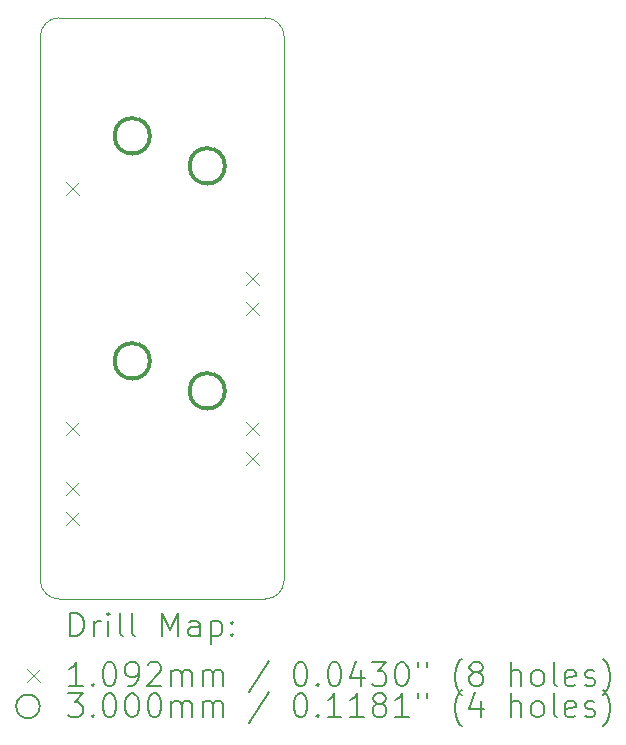
<source format=gbr>
%TF.GenerationSoftware,KiCad,Pcbnew,(6.0.7-1)-1*%
%TF.CreationDate,2022-12-25T16:23:55+07:00*%
%TF.ProjectId,pcb,7063622e-6b69-4636-9164-5f7063625858,rev?*%
%TF.SameCoordinates,Original*%
%TF.FileFunction,Drillmap*%
%TF.FilePolarity,Positive*%
%FSLAX45Y45*%
G04 Gerber Fmt 4.5, Leading zero omitted, Abs format (unit mm)*
G04 Created by KiCad (PCBNEW (6.0.7-1)-1) date 2022-12-25 16:23:55*
%MOMM*%
%LPD*%
G01*
G04 APERTURE LIST*
%ADD10C,0.100000*%
%ADD11C,0.200000*%
%ADD12C,0.109220*%
%ADD13C,0.300000*%
G04 APERTURE END LIST*
D10*
X13922375Y-9207500D02*
X13922375Y-4921250D01*
X12017375Y-4603745D02*
G75*
G03*
X11858625Y-4762500I5J-158755D01*
G01*
X13922370Y-4762500D02*
G75*
G03*
X13763625Y-4603750I-158750J0D01*
G01*
X11858625Y-4921250D02*
X11858625Y-9207500D01*
X12017375Y-9525000D02*
X13763625Y-9525000D01*
X11858625Y-4921250D02*
X11858625Y-4762500D01*
X13922375Y-9207500D02*
X13922375Y-9366250D01*
X13763625Y-4603750D02*
X12017375Y-4603750D01*
X11858630Y-9366250D02*
G75*
G03*
X12017375Y-9525000I158750J0D01*
G01*
X11858625Y-9207500D02*
X11858625Y-9366250D01*
X13922375Y-4921250D02*
X13922375Y-4762500D01*
X13763625Y-9525005D02*
G75*
G03*
X13922375Y-9366250I-5J158755D01*
G01*
D11*
D12*
X12073890Y-5993765D02*
X12183110Y-6102985D01*
X12183110Y-5993765D02*
X12073890Y-6102985D01*
X12073890Y-8025765D02*
X12183110Y-8134985D01*
X12183110Y-8025765D02*
X12073890Y-8134985D01*
X12073890Y-8533765D02*
X12183110Y-8642985D01*
X12183110Y-8533765D02*
X12073890Y-8642985D01*
X12073890Y-8787765D02*
X12183110Y-8896985D01*
X12183110Y-8787765D02*
X12073890Y-8896985D01*
X13597890Y-6755765D02*
X13707110Y-6864985D01*
X13707110Y-6755765D02*
X13597890Y-6864985D01*
X13597890Y-7009765D02*
X13707110Y-7118985D01*
X13707110Y-7009765D02*
X13597890Y-7118985D01*
X13597890Y-8025765D02*
X13707110Y-8134985D01*
X13707110Y-8025765D02*
X13597890Y-8134985D01*
X13597890Y-8279765D02*
X13707110Y-8388985D01*
X13707110Y-8279765D02*
X13597890Y-8388985D01*
D13*
X12786500Y-5603875D02*
G75*
G03*
X12786500Y-5603875I-150000J0D01*
G01*
X12786500Y-7508875D02*
G75*
G03*
X12786500Y-7508875I-150000J0D01*
G01*
X13421500Y-5857875D02*
G75*
G03*
X13421500Y-5857875I-150000J0D01*
G01*
X13421500Y-7762875D02*
G75*
G03*
X13421500Y-7762875I-150000J0D01*
G01*
D11*
X12111244Y-9840476D02*
X12111244Y-9640476D01*
X12158863Y-9640476D01*
X12187434Y-9650000D01*
X12206482Y-9669048D01*
X12216006Y-9688095D01*
X12225530Y-9726190D01*
X12225530Y-9754762D01*
X12216006Y-9792857D01*
X12206482Y-9811905D01*
X12187434Y-9830952D01*
X12158863Y-9840476D01*
X12111244Y-9840476D01*
X12311244Y-9840476D02*
X12311244Y-9707143D01*
X12311244Y-9745238D02*
X12320768Y-9726190D01*
X12330292Y-9716667D01*
X12349339Y-9707143D01*
X12368387Y-9707143D01*
X12435053Y-9840476D02*
X12435053Y-9707143D01*
X12435053Y-9640476D02*
X12425530Y-9650000D01*
X12435053Y-9659524D01*
X12444577Y-9650000D01*
X12435053Y-9640476D01*
X12435053Y-9659524D01*
X12558863Y-9840476D02*
X12539815Y-9830952D01*
X12530292Y-9811905D01*
X12530292Y-9640476D01*
X12663625Y-9840476D02*
X12644577Y-9830952D01*
X12635053Y-9811905D01*
X12635053Y-9640476D01*
X12892196Y-9840476D02*
X12892196Y-9640476D01*
X12958863Y-9783333D01*
X13025530Y-9640476D01*
X13025530Y-9840476D01*
X13206482Y-9840476D02*
X13206482Y-9735714D01*
X13196958Y-9716667D01*
X13177911Y-9707143D01*
X13139815Y-9707143D01*
X13120768Y-9716667D01*
X13206482Y-9830952D02*
X13187434Y-9840476D01*
X13139815Y-9840476D01*
X13120768Y-9830952D01*
X13111244Y-9811905D01*
X13111244Y-9792857D01*
X13120768Y-9773810D01*
X13139815Y-9764286D01*
X13187434Y-9764286D01*
X13206482Y-9754762D01*
X13301720Y-9707143D02*
X13301720Y-9907143D01*
X13301720Y-9716667D02*
X13320768Y-9707143D01*
X13358863Y-9707143D01*
X13377911Y-9716667D01*
X13387434Y-9726190D01*
X13396958Y-9745238D01*
X13396958Y-9802381D01*
X13387434Y-9821429D01*
X13377911Y-9830952D01*
X13358863Y-9840476D01*
X13320768Y-9840476D01*
X13301720Y-9830952D01*
X13482673Y-9821429D02*
X13492196Y-9830952D01*
X13482673Y-9840476D01*
X13473149Y-9830952D01*
X13482673Y-9821429D01*
X13482673Y-9840476D01*
X13482673Y-9716667D02*
X13492196Y-9726190D01*
X13482673Y-9735714D01*
X13473149Y-9726190D01*
X13482673Y-9716667D01*
X13482673Y-9735714D01*
D12*
X11744405Y-10115390D02*
X11853625Y-10224610D01*
X11853625Y-10115390D02*
X11744405Y-10224610D01*
D11*
X12216006Y-10260476D02*
X12101720Y-10260476D01*
X12158863Y-10260476D02*
X12158863Y-10060476D01*
X12139815Y-10089048D01*
X12120768Y-10108095D01*
X12101720Y-10117619D01*
X12301720Y-10241429D02*
X12311244Y-10250952D01*
X12301720Y-10260476D01*
X12292196Y-10250952D01*
X12301720Y-10241429D01*
X12301720Y-10260476D01*
X12435053Y-10060476D02*
X12454101Y-10060476D01*
X12473149Y-10070000D01*
X12482673Y-10079524D01*
X12492196Y-10098571D01*
X12501720Y-10136667D01*
X12501720Y-10184286D01*
X12492196Y-10222381D01*
X12482673Y-10241429D01*
X12473149Y-10250952D01*
X12454101Y-10260476D01*
X12435053Y-10260476D01*
X12416006Y-10250952D01*
X12406482Y-10241429D01*
X12396958Y-10222381D01*
X12387434Y-10184286D01*
X12387434Y-10136667D01*
X12396958Y-10098571D01*
X12406482Y-10079524D01*
X12416006Y-10070000D01*
X12435053Y-10060476D01*
X12596958Y-10260476D02*
X12635053Y-10260476D01*
X12654101Y-10250952D01*
X12663625Y-10241429D01*
X12682673Y-10212857D01*
X12692196Y-10174762D01*
X12692196Y-10098571D01*
X12682673Y-10079524D01*
X12673149Y-10070000D01*
X12654101Y-10060476D01*
X12616006Y-10060476D01*
X12596958Y-10070000D01*
X12587434Y-10079524D01*
X12577911Y-10098571D01*
X12577911Y-10146190D01*
X12587434Y-10165238D01*
X12596958Y-10174762D01*
X12616006Y-10184286D01*
X12654101Y-10184286D01*
X12673149Y-10174762D01*
X12682673Y-10165238D01*
X12692196Y-10146190D01*
X12768387Y-10079524D02*
X12777911Y-10070000D01*
X12796958Y-10060476D01*
X12844577Y-10060476D01*
X12863625Y-10070000D01*
X12873149Y-10079524D01*
X12882673Y-10098571D01*
X12882673Y-10117619D01*
X12873149Y-10146190D01*
X12758863Y-10260476D01*
X12882673Y-10260476D01*
X12968387Y-10260476D02*
X12968387Y-10127143D01*
X12968387Y-10146190D02*
X12977911Y-10136667D01*
X12996958Y-10127143D01*
X13025530Y-10127143D01*
X13044577Y-10136667D01*
X13054101Y-10155714D01*
X13054101Y-10260476D01*
X13054101Y-10155714D02*
X13063625Y-10136667D01*
X13082673Y-10127143D01*
X13111244Y-10127143D01*
X13130292Y-10136667D01*
X13139815Y-10155714D01*
X13139815Y-10260476D01*
X13235053Y-10260476D02*
X13235053Y-10127143D01*
X13235053Y-10146190D02*
X13244577Y-10136667D01*
X13263625Y-10127143D01*
X13292196Y-10127143D01*
X13311244Y-10136667D01*
X13320768Y-10155714D01*
X13320768Y-10260476D01*
X13320768Y-10155714D02*
X13330292Y-10136667D01*
X13349339Y-10127143D01*
X13377911Y-10127143D01*
X13396958Y-10136667D01*
X13406482Y-10155714D01*
X13406482Y-10260476D01*
X13796958Y-10050952D02*
X13625530Y-10308095D01*
X14054101Y-10060476D02*
X14073149Y-10060476D01*
X14092196Y-10070000D01*
X14101720Y-10079524D01*
X14111244Y-10098571D01*
X14120768Y-10136667D01*
X14120768Y-10184286D01*
X14111244Y-10222381D01*
X14101720Y-10241429D01*
X14092196Y-10250952D01*
X14073149Y-10260476D01*
X14054101Y-10260476D01*
X14035053Y-10250952D01*
X14025530Y-10241429D01*
X14016006Y-10222381D01*
X14006482Y-10184286D01*
X14006482Y-10136667D01*
X14016006Y-10098571D01*
X14025530Y-10079524D01*
X14035053Y-10070000D01*
X14054101Y-10060476D01*
X14206482Y-10241429D02*
X14216006Y-10250952D01*
X14206482Y-10260476D01*
X14196958Y-10250952D01*
X14206482Y-10241429D01*
X14206482Y-10260476D01*
X14339815Y-10060476D02*
X14358863Y-10060476D01*
X14377911Y-10070000D01*
X14387434Y-10079524D01*
X14396958Y-10098571D01*
X14406482Y-10136667D01*
X14406482Y-10184286D01*
X14396958Y-10222381D01*
X14387434Y-10241429D01*
X14377911Y-10250952D01*
X14358863Y-10260476D01*
X14339815Y-10260476D01*
X14320768Y-10250952D01*
X14311244Y-10241429D01*
X14301720Y-10222381D01*
X14292196Y-10184286D01*
X14292196Y-10136667D01*
X14301720Y-10098571D01*
X14311244Y-10079524D01*
X14320768Y-10070000D01*
X14339815Y-10060476D01*
X14577911Y-10127143D02*
X14577911Y-10260476D01*
X14530292Y-10050952D02*
X14482673Y-10193810D01*
X14606482Y-10193810D01*
X14663625Y-10060476D02*
X14787434Y-10060476D01*
X14720768Y-10136667D01*
X14749339Y-10136667D01*
X14768387Y-10146190D01*
X14777911Y-10155714D01*
X14787434Y-10174762D01*
X14787434Y-10222381D01*
X14777911Y-10241429D01*
X14768387Y-10250952D01*
X14749339Y-10260476D01*
X14692196Y-10260476D01*
X14673149Y-10250952D01*
X14663625Y-10241429D01*
X14911244Y-10060476D02*
X14930292Y-10060476D01*
X14949339Y-10070000D01*
X14958863Y-10079524D01*
X14968387Y-10098571D01*
X14977911Y-10136667D01*
X14977911Y-10184286D01*
X14968387Y-10222381D01*
X14958863Y-10241429D01*
X14949339Y-10250952D01*
X14930292Y-10260476D01*
X14911244Y-10260476D01*
X14892196Y-10250952D01*
X14882673Y-10241429D01*
X14873149Y-10222381D01*
X14863625Y-10184286D01*
X14863625Y-10136667D01*
X14873149Y-10098571D01*
X14882673Y-10079524D01*
X14892196Y-10070000D01*
X14911244Y-10060476D01*
X15054101Y-10060476D02*
X15054101Y-10098571D01*
X15130292Y-10060476D02*
X15130292Y-10098571D01*
X15425530Y-10336667D02*
X15416006Y-10327143D01*
X15396958Y-10298571D01*
X15387434Y-10279524D01*
X15377911Y-10250952D01*
X15368387Y-10203333D01*
X15368387Y-10165238D01*
X15377911Y-10117619D01*
X15387434Y-10089048D01*
X15396958Y-10070000D01*
X15416006Y-10041429D01*
X15425530Y-10031905D01*
X15530292Y-10146190D02*
X15511244Y-10136667D01*
X15501720Y-10127143D01*
X15492196Y-10108095D01*
X15492196Y-10098571D01*
X15501720Y-10079524D01*
X15511244Y-10070000D01*
X15530292Y-10060476D01*
X15568387Y-10060476D01*
X15587434Y-10070000D01*
X15596958Y-10079524D01*
X15606482Y-10098571D01*
X15606482Y-10108095D01*
X15596958Y-10127143D01*
X15587434Y-10136667D01*
X15568387Y-10146190D01*
X15530292Y-10146190D01*
X15511244Y-10155714D01*
X15501720Y-10165238D01*
X15492196Y-10184286D01*
X15492196Y-10222381D01*
X15501720Y-10241429D01*
X15511244Y-10250952D01*
X15530292Y-10260476D01*
X15568387Y-10260476D01*
X15587434Y-10250952D01*
X15596958Y-10241429D01*
X15606482Y-10222381D01*
X15606482Y-10184286D01*
X15596958Y-10165238D01*
X15587434Y-10155714D01*
X15568387Y-10146190D01*
X15844577Y-10260476D02*
X15844577Y-10060476D01*
X15930292Y-10260476D02*
X15930292Y-10155714D01*
X15920768Y-10136667D01*
X15901720Y-10127143D01*
X15873149Y-10127143D01*
X15854101Y-10136667D01*
X15844577Y-10146190D01*
X16054101Y-10260476D02*
X16035053Y-10250952D01*
X16025530Y-10241429D01*
X16016006Y-10222381D01*
X16016006Y-10165238D01*
X16025530Y-10146190D01*
X16035053Y-10136667D01*
X16054101Y-10127143D01*
X16082673Y-10127143D01*
X16101720Y-10136667D01*
X16111244Y-10146190D01*
X16120768Y-10165238D01*
X16120768Y-10222381D01*
X16111244Y-10241429D01*
X16101720Y-10250952D01*
X16082673Y-10260476D01*
X16054101Y-10260476D01*
X16235053Y-10260476D02*
X16216006Y-10250952D01*
X16206482Y-10231905D01*
X16206482Y-10060476D01*
X16387434Y-10250952D02*
X16368387Y-10260476D01*
X16330292Y-10260476D01*
X16311244Y-10250952D01*
X16301720Y-10231905D01*
X16301720Y-10155714D01*
X16311244Y-10136667D01*
X16330292Y-10127143D01*
X16368387Y-10127143D01*
X16387434Y-10136667D01*
X16396958Y-10155714D01*
X16396958Y-10174762D01*
X16301720Y-10193810D01*
X16473149Y-10250952D02*
X16492196Y-10260476D01*
X16530292Y-10260476D01*
X16549339Y-10250952D01*
X16558863Y-10231905D01*
X16558863Y-10222381D01*
X16549339Y-10203333D01*
X16530292Y-10193810D01*
X16501720Y-10193810D01*
X16482673Y-10184286D01*
X16473149Y-10165238D01*
X16473149Y-10155714D01*
X16482673Y-10136667D01*
X16501720Y-10127143D01*
X16530292Y-10127143D01*
X16549339Y-10136667D01*
X16625530Y-10336667D02*
X16635053Y-10327143D01*
X16654101Y-10298571D01*
X16663625Y-10279524D01*
X16673149Y-10250952D01*
X16682673Y-10203333D01*
X16682673Y-10165238D01*
X16673149Y-10117619D01*
X16663625Y-10089048D01*
X16654101Y-10070000D01*
X16635053Y-10041429D01*
X16625530Y-10031905D01*
X11853625Y-10434000D02*
G75*
G03*
X11853625Y-10434000I-100000J0D01*
G01*
X12092196Y-10324476D02*
X12216006Y-10324476D01*
X12149339Y-10400667D01*
X12177911Y-10400667D01*
X12196958Y-10410190D01*
X12206482Y-10419714D01*
X12216006Y-10438762D01*
X12216006Y-10486381D01*
X12206482Y-10505429D01*
X12196958Y-10514952D01*
X12177911Y-10524476D01*
X12120768Y-10524476D01*
X12101720Y-10514952D01*
X12092196Y-10505429D01*
X12301720Y-10505429D02*
X12311244Y-10514952D01*
X12301720Y-10524476D01*
X12292196Y-10514952D01*
X12301720Y-10505429D01*
X12301720Y-10524476D01*
X12435053Y-10324476D02*
X12454101Y-10324476D01*
X12473149Y-10334000D01*
X12482673Y-10343524D01*
X12492196Y-10362571D01*
X12501720Y-10400667D01*
X12501720Y-10448286D01*
X12492196Y-10486381D01*
X12482673Y-10505429D01*
X12473149Y-10514952D01*
X12454101Y-10524476D01*
X12435053Y-10524476D01*
X12416006Y-10514952D01*
X12406482Y-10505429D01*
X12396958Y-10486381D01*
X12387434Y-10448286D01*
X12387434Y-10400667D01*
X12396958Y-10362571D01*
X12406482Y-10343524D01*
X12416006Y-10334000D01*
X12435053Y-10324476D01*
X12625530Y-10324476D02*
X12644577Y-10324476D01*
X12663625Y-10334000D01*
X12673149Y-10343524D01*
X12682673Y-10362571D01*
X12692196Y-10400667D01*
X12692196Y-10448286D01*
X12682673Y-10486381D01*
X12673149Y-10505429D01*
X12663625Y-10514952D01*
X12644577Y-10524476D01*
X12625530Y-10524476D01*
X12606482Y-10514952D01*
X12596958Y-10505429D01*
X12587434Y-10486381D01*
X12577911Y-10448286D01*
X12577911Y-10400667D01*
X12587434Y-10362571D01*
X12596958Y-10343524D01*
X12606482Y-10334000D01*
X12625530Y-10324476D01*
X12816006Y-10324476D02*
X12835053Y-10324476D01*
X12854101Y-10334000D01*
X12863625Y-10343524D01*
X12873149Y-10362571D01*
X12882673Y-10400667D01*
X12882673Y-10448286D01*
X12873149Y-10486381D01*
X12863625Y-10505429D01*
X12854101Y-10514952D01*
X12835053Y-10524476D01*
X12816006Y-10524476D01*
X12796958Y-10514952D01*
X12787434Y-10505429D01*
X12777911Y-10486381D01*
X12768387Y-10448286D01*
X12768387Y-10400667D01*
X12777911Y-10362571D01*
X12787434Y-10343524D01*
X12796958Y-10334000D01*
X12816006Y-10324476D01*
X12968387Y-10524476D02*
X12968387Y-10391143D01*
X12968387Y-10410190D02*
X12977911Y-10400667D01*
X12996958Y-10391143D01*
X13025530Y-10391143D01*
X13044577Y-10400667D01*
X13054101Y-10419714D01*
X13054101Y-10524476D01*
X13054101Y-10419714D02*
X13063625Y-10400667D01*
X13082673Y-10391143D01*
X13111244Y-10391143D01*
X13130292Y-10400667D01*
X13139815Y-10419714D01*
X13139815Y-10524476D01*
X13235053Y-10524476D02*
X13235053Y-10391143D01*
X13235053Y-10410190D02*
X13244577Y-10400667D01*
X13263625Y-10391143D01*
X13292196Y-10391143D01*
X13311244Y-10400667D01*
X13320768Y-10419714D01*
X13320768Y-10524476D01*
X13320768Y-10419714D02*
X13330292Y-10400667D01*
X13349339Y-10391143D01*
X13377911Y-10391143D01*
X13396958Y-10400667D01*
X13406482Y-10419714D01*
X13406482Y-10524476D01*
X13796958Y-10314952D02*
X13625530Y-10572095D01*
X14054101Y-10324476D02*
X14073149Y-10324476D01*
X14092196Y-10334000D01*
X14101720Y-10343524D01*
X14111244Y-10362571D01*
X14120768Y-10400667D01*
X14120768Y-10448286D01*
X14111244Y-10486381D01*
X14101720Y-10505429D01*
X14092196Y-10514952D01*
X14073149Y-10524476D01*
X14054101Y-10524476D01*
X14035053Y-10514952D01*
X14025530Y-10505429D01*
X14016006Y-10486381D01*
X14006482Y-10448286D01*
X14006482Y-10400667D01*
X14016006Y-10362571D01*
X14025530Y-10343524D01*
X14035053Y-10334000D01*
X14054101Y-10324476D01*
X14206482Y-10505429D02*
X14216006Y-10514952D01*
X14206482Y-10524476D01*
X14196958Y-10514952D01*
X14206482Y-10505429D01*
X14206482Y-10524476D01*
X14406482Y-10524476D02*
X14292196Y-10524476D01*
X14349339Y-10524476D02*
X14349339Y-10324476D01*
X14330292Y-10353048D01*
X14311244Y-10372095D01*
X14292196Y-10381619D01*
X14596958Y-10524476D02*
X14482673Y-10524476D01*
X14539815Y-10524476D02*
X14539815Y-10324476D01*
X14520768Y-10353048D01*
X14501720Y-10372095D01*
X14482673Y-10381619D01*
X14711244Y-10410190D02*
X14692196Y-10400667D01*
X14682673Y-10391143D01*
X14673149Y-10372095D01*
X14673149Y-10362571D01*
X14682673Y-10343524D01*
X14692196Y-10334000D01*
X14711244Y-10324476D01*
X14749339Y-10324476D01*
X14768387Y-10334000D01*
X14777911Y-10343524D01*
X14787434Y-10362571D01*
X14787434Y-10372095D01*
X14777911Y-10391143D01*
X14768387Y-10400667D01*
X14749339Y-10410190D01*
X14711244Y-10410190D01*
X14692196Y-10419714D01*
X14682673Y-10429238D01*
X14673149Y-10448286D01*
X14673149Y-10486381D01*
X14682673Y-10505429D01*
X14692196Y-10514952D01*
X14711244Y-10524476D01*
X14749339Y-10524476D01*
X14768387Y-10514952D01*
X14777911Y-10505429D01*
X14787434Y-10486381D01*
X14787434Y-10448286D01*
X14777911Y-10429238D01*
X14768387Y-10419714D01*
X14749339Y-10410190D01*
X14977911Y-10524476D02*
X14863625Y-10524476D01*
X14920768Y-10524476D02*
X14920768Y-10324476D01*
X14901720Y-10353048D01*
X14882673Y-10372095D01*
X14863625Y-10381619D01*
X15054101Y-10324476D02*
X15054101Y-10362571D01*
X15130292Y-10324476D02*
X15130292Y-10362571D01*
X15425530Y-10600667D02*
X15416006Y-10591143D01*
X15396958Y-10562571D01*
X15387434Y-10543524D01*
X15377911Y-10514952D01*
X15368387Y-10467333D01*
X15368387Y-10429238D01*
X15377911Y-10381619D01*
X15387434Y-10353048D01*
X15396958Y-10334000D01*
X15416006Y-10305429D01*
X15425530Y-10295905D01*
X15587434Y-10391143D02*
X15587434Y-10524476D01*
X15539815Y-10314952D02*
X15492196Y-10457810D01*
X15616006Y-10457810D01*
X15844577Y-10524476D02*
X15844577Y-10324476D01*
X15930292Y-10524476D02*
X15930292Y-10419714D01*
X15920768Y-10400667D01*
X15901720Y-10391143D01*
X15873149Y-10391143D01*
X15854101Y-10400667D01*
X15844577Y-10410190D01*
X16054101Y-10524476D02*
X16035053Y-10514952D01*
X16025530Y-10505429D01*
X16016006Y-10486381D01*
X16016006Y-10429238D01*
X16025530Y-10410190D01*
X16035053Y-10400667D01*
X16054101Y-10391143D01*
X16082673Y-10391143D01*
X16101720Y-10400667D01*
X16111244Y-10410190D01*
X16120768Y-10429238D01*
X16120768Y-10486381D01*
X16111244Y-10505429D01*
X16101720Y-10514952D01*
X16082673Y-10524476D01*
X16054101Y-10524476D01*
X16235053Y-10524476D02*
X16216006Y-10514952D01*
X16206482Y-10495905D01*
X16206482Y-10324476D01*
X16387434Y-10514952D02*
X16368387Y-10524476D01*
X16330292Y-10524476D01*
X16311244Y-10514952D01*
X16301720Y-10495905D01*
X16301720Y-10419714D01*
X16311244Y-10400667D01*
X16330292Y-10391143D01*
X16368387Y-10391143D01*
X16387434Y-10400667D01*
X16396958Y-10419714D01*
X16396958Y-10438762D01*
X16301720Y-10457810D01*
X16473149Y-10514952D02*
X16492196Y-10524476D01*
X16530292Y-10524476D01*
X16549339Y-10514952D01*
X16558863Y-10495905D01*
X16558863Y-10486381D01*
X16549339Y-10467333D01*
X16530292Y-10457810D01*
X16501720Y-10457810D01*
X16482673Y-10448286D01*
X16473149Y-10429238D01*
X16473149Y-10419714D01*
X16482673Y-10400667D01*
X16501720Y-10391143D01*
X16530292Y-10391143D01*
X16549339Y-10400667D01*
X16625530Y-10600667D02*
X16635053Y-10591143D01*
X16654101Y-10562571D01*
X16663625Y-10543524D01*
X16673149Y-10514952D01*
X16682673Y-10467333D01*
X16682673Y-10429238D01*
X16673149Y-10381619D01*
X16663625Y-10353048D01*
X16654101Y-10334000D01*
X16635053Y-10305429D01*
X16625530Y-10295905D01*
M02*

</source>
